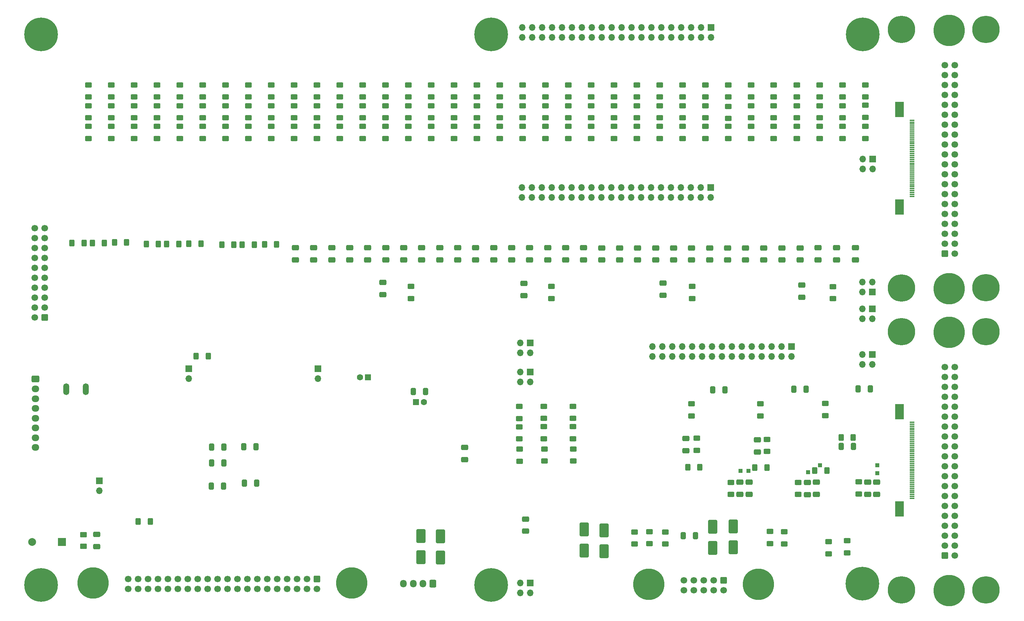
<source format=gbr>
%TF.GenerationSoftware,KiCad,Pcbnew,(7.0.0)*%
%TF.CreationDate,2024-10-14T13:46:47+03:30*%
%TF.ProjectId,tester,74657374-6572-42e6-9b69-6361645f7063,rev?*%
%TF.SameCoordinates,Original*%
%TF.FileFunction,Soldermask,Bot*%
%TF.FilePolarity,Negative*%
%FSLAX46Y46*%
G04 Gerber Fmt 4.6, Leading zero omitted, Abs format (unit mm)*
G04 Created by KiCad (PCBNEW (7.0.0)) date 2024-10-14 13:46:47*
%MOMM*%
%LPD*%
G01*
G04 APERTURE LIST*
G04 Aperture macros list*
%AMRoundRect*
0 Rectangle with rounded corners*
0 $1 Rounding radius*
0 $2 $3 $4 $5 $6 $7 $8 $9 X,Y pos of 4 corners*
0 Add a 4 corners polygon primitive as box body*
4,1,4,$2,$3,$4,$5,$6,$7,$8,$9,$2,$3,0*
0 Add four circle primitives for the rounded corners*
1,1,$1+$1,$2,$3*
1,1,$1+$1,$4,$5*
1,1,$1+$1,$6,$7*
1,1,$1+$1,$8,$9*
0 Add four rect primitives between the rounded corners*
20,1,$1+$1,$2,$3,$4,$5,0*
20,1,$1+$1,$4,$5,$6,$7,0*
20,1,$1+$1,$6,$7,$8,$9,0*
20,1,$1+$1,$8,$9,$2,$3,0*%
G04 Aperture macros list end*
%ADD10C,0.800000*%
%ADD11C,7.000000*%
%ADD12R,1.300000X0.300000*%
%ADD13R,2.200000X4.000000*%
%ADD14RoundRect,0.250000X-0.600000X-0.600000X0.600000X-0.600000X0.600000X0.600000X-0.600000X0.600000X0*%
%ADD15C,1.700000*%
%ADD16C,8.000000*%
%ADD17R,1.000000X1.000000*%
%ADD18C,0.900000*%
%ADD19C,8.600000*%
%ADD20R,1.700000X1.700000*%
%ADD21O,1.700000X1.700000*%
%ADD22RoundRect,0.250000X-0.725000X0.600000X-0.725000X-0.600000X0.725000X-0.600000X0.725000X0.600000X0*%
%ADD23O,1.950000X1.700000*%
%ADD24R,1.600000X1.600000*%
%ADD25C,1.600000*%
%ADD26R,2.000000X2.000000*%
%ADD27C,2.000000*%
%ADD28RoundRect,0.250000X0.600000X0.600000X-0.600000X0.600000X-0.600000X-0.600000X0.600000X-0.600000X0*%
%ADD29RoundRect,0.250000X-0.600000X0.600000X-0.600000X-0.600000X0.600000X-0.600000X0.600000X0.600000X0*%
%ADD30RoundRect,0.250000X0.600000X0.725000X-0.600000X0.725000X-0.600000X-0.725000X0.600000X-0.725000X0*%
%ADD31O,1.700000X1.950000*%
%ADD32RoundRect,0.250000X0.625000X-0.400000X0.625000X0.400000X-0.625000X0.400000X-0.625000X-0.400000X0*%
%ADD33RoundRect,0.250000X0.412500X0.650000X-0.412500X0.650000X-0.412500X-0.650000X0.412500X-0.650000X0*%
%ADD34RoundRect,0.250000X-0.650000X0.412500X-0.650000X-0.412500X0.650000X-0.412500X0.650000X0.412500X0*%
%ADD35RoundRect,0.250000X-0.900000X1.500000X-0.900000X-1.500000X0.900000X-1.500000X0.900000X1.500000X0*%
%ADD36RoundRect,0.250000X0.400000X0.625000X-0.400000X0.625000X-0.400000X-0.625000X0.400000X-0.625000X0*%
%ADD37RoundRect,0.250000X0.650000X-0.412500X0.650000X0.412500X-0.650000X0.412500X-0.650000X-0.412500X0*%
%ADD38RoundRect,0.250000X-0.412500X-0.650000X0.412500X-0.650000X0.412500X0.650000X-0.412500X0.650000X0*%
%ADD39RoundRect,0.250000X-0.625000X0.400000X-0.625000X-0.400000X0.625000X-0.400000X0.625000X0.400000X0*%
%ADD40RoundRect,0.250000X-0.400000X-0.625000X0.400000X-0.625000X0.400000X0.625000X-0.400000X0.625000X0*%
%ADD41RoundRect,0.250001X-0.624999X0.462499X-0.624999X-0.462499X0.624999X-0.462499X0.624999X0.462499X0*%
%ADD42O,1.524000X3.000000*%
G04 APERTURE END LIST*
D10*
%TO.C,H2*%
X245935000Y-88565000D03*
X247791155Y-89333845D03*
X244078845Y-89333845D03*
X248560000Y-91190000D03*
D11*
X245935000Y-91190000D03*
D10*
X243310000Y-91190000D03*
X247791155Y-93046155D03*
X244078845Y-93046155D03*
X245935000Y-93815000D03*
%TD*%
%TO.C,H1*%
X267560000Y-88560000D03*
X269416155Y-89328845D03*
X265703845Y-89328845D03*
X270185000Y-91185000D03*
D11*
X267560000Y-91185000D03*
D10*
X264935000Y-91185000D03*
X269416155Y-93041155D03*
X265703845Y-93041155D03*
X267560000Y-93810000D03*
%TD*%
%TO.C,H3*%
X267560000Y-154680000D03*
X269416155Y-155448845D03*
X265703845Y-155448845D03*
X270185000Y-157305000D03*
D11*
X267560000Y-157305000D03*
D10*
X264935000Y-157305000D03*
X269416155Y-159161155D03*
X265703845Y-159161155D03*
X267560000Y-159930000D03*
%TD*%
%TO.C,H4*%
X245935000Y-154705000D03*
X247791155Y-155473845D03*
X244078845Y-155473845D03*
X248560000Y-157330000D03*
D11*
X245935000Y-157330000D03*
D10*
X243310000Y-157330000D03*
X247791155Y-159186155D03*
X244078845Y-159186155D03*
X245935000Y-159955000D03*
%TD*%
D12*
%TO.C,J2*%
X248639999Y-133899999D03*
X248639999Y-133399999D03*
X248639999Y-132899999D03*
X248639999Y-132399999D03*
X248639999Y-131899999D03*
X248639999Y-131399999D03*
X248639999Y-130899999D03*
X248639999Y-130399999D03*
X248639999Y-129899999D03*
X248639999Y-129399999D03*
X248639999Y-128899999D03*
X248639999Y-128399999D03*
X248639999Y-127899999D03*
X248639999Y-127399999D03*
X248639999Y-126899999D03*
X248639999Y-126399999D03*
X248639999Y-125899999D03*
X248639999Y-125399999D03*
X248639999Y-124899999D03*
X248639999Y-124399999D03*
X248639999Y-123899999D03*
X248639999Y-123399999D03*
X248639999Y-122899999D03*
X248639999Y-122399999D03*
X248639999Y-121899999D03*
X248639999Y-121399999D03*
X248639999Y-120899999D03*
X248639999Y-120399999D03*
X248639999Y-119899999D03*
X248639999Y-119399999D03*
X248639999Y-118899999D03*
X248639999Y-118399999D03*
X248639999Y-117899999D03*
X248639999Y-117399999D03*
X248639999Y-116899999D03*
X248639999Y-116399999D03*
X248639999Y-115899999D03*
X248639999Y-115399999D03*
X248639999Y-114899999D03*
X248639999Y-114399999D03*
D13*
X245419999Y-136619999D03*
X245419999Y-111679999D03*
%TD*%
D14*
%TO.C,J1*%
X257100000Y-148570000D03*
D15*
X259640000Y-148570000D03*
X257100000Y-146030000D03*
X259640000Y-146030000D03*
X257100000Y-143490000D03*
X259640000Y-143490000D03*
X257100000Y-140950000D03*
X259640000Y-140950000D03*
X257100000Y-138410000D03*
X259640000Y-138410000D03*
X257100000Y-135870000D03*
X259640000Y-135870000D03*
X257100000Y-133330000D03*
X259640000Y-133330000D03*
X257100000Y-130790000D03*
X259640000Y-130790000D03*
X257100000Y-128250000D03*
X259640000Y-128250000D03*
X257100000Y-125710000D03*
X259640000Y-125710000D03*
X257100000Y-123170000D03*
X259640000Y-123170000D03*
X257100000Y-120630000D03*
X259640000Y-120630000D03*
X257100000Y-118090000D03*
X259640000Y-118090000D03*
X257100000Y-115550000D03*
X259640000Y-115550000D03*
X257100000Y-113010000D03*
X259640000Y-113010000D03*
X257100000Y-110470000D03*
X259640000Y-110470000D03*
X257100000Y-107930000D03*
X259640000Y-107930000D03*
X257100000Y-105390000D03*
X259640000Y-105390000D03*
X257100000Y-102850000D03*
X259640000Y-102850000D03*
X257100000Y-100310000D03*
X259640000Y-100310000D03*
D16*
X258120000Y-91370000D03*
X258120000Y-157510000D03*
%TD*%
D10*
%TO.C,H2*%
X245935000Y-11245000D03*
X247791155Y-12013845D03*
X244078845Y-12013845D03*
X248560000Y-13870000D03*
D11*
X245935000Y-13870000D03*
D10*
X243310000Y-13870000D03*
X247791155Y-15726155D03*
X244078845Y-15726155D03*
X245935000Y-16495000D03*
%TD*%
%TO.C,H1*%
X267560000Y-11240000D03*
X269416155Y-12008845D03*
X265703845Y-12008845D03*
X270185000Y-13865000D03*
D11*
X267560000Y-13865000D03*
D10*
X264935000Y-13865000D03*
X269416155Y-15721155D03*
X265703845Y-15721155D03*
X267560000Y-16490000D03*
%TD*%
%TO.C,H3*%
X267560000Y-77360000D03*
X269416155Y-78128845D03*
X265703845Y-78128845D03*
X270185000Y-79985000D03*
D11*
X267560000Y-79985000D03*
D10*
X264935000Y-79985000D03*
X269416155Y-81841155D03*
X265703845Y-81841155D03*
X267560000Y-82610000D03*
%TD*%
%TO.C,H4*%
X245935000Y-77385000D03*
X247791155Y-78153845D03*
X244078845Y-78153845D03*
X248560000Y-80010000D03*
D11*
X245935000Y-80010000D03*
D10*
X243310000Y-80010000D03*
X247791155Y-81866155D03*
X244078845Y-81866155D03*
X245935000Y-82635000D03*
%TD*%
D12*
%TO.C,J2*%
X248639999Y-56579999D03*
X248639999Y-56079999D03*
X248639999Y-55579999D03*
X248639999Y-55079999D03*
X248639999Y-54579999D03*
X248639999Y-54079999D03*
X248639999Y-53579999D03*
X248639999Y-53079999D03*
X248639999Y-52579999D03*
X248639999Y-52079999D03*
X248639999Y-51579999D03*
X248639999Y-51079999D03*
X248639999Y-50579999D03*
X248639999Y-50079999D03*
X248639999Y-49579999D03*
X248639999Y-49079999D03*
X248639999Y-48579999D03*
X248639999Y-48079999D03*
X248639999Y-47579999D03*
X248639999Y-47079999D03*
X248639999Y-46579999D03*
X248639999Y-46079999D03*
X248639999Y-45579999D03*
X248639999Y-45079999D03*
X248639999Y-44579999D03*
X248639999Y-44079999D03*
X248639999Y-43579999D03*
X248639999Y-43079999D03*
X248639999Y-42579999D03*
X248639999Y-42079999D03*
X248639999Y-41579999D03*
X248639999Y-41079999D03*
X248639999Y-40579999D03*
X248639999Y-40079999D03*
X248639999Y-39579999D03*
X248639999Y-39079999D03*
X248639999Y-38579999D03*
X248639999Y-38079999D03*
X248639999Y-37579999D03*
X248639999Y-37079999D03*
D13*
X245419999Y-59299999D03*
X245419999Y-34359999D03*
%TD*%
D14*
%TO.C,J1*%
X257100000Y-71250000D03*
D15*
X259640000Y-71250000D03*
X257100000Y-68710000D03*
X259640000Y-68710000D03*
X257100000Y-66170000D03*
X259640000Y-66170000D03*
X257100000Y-63630000D03*
X259640000Y-63630000D03*
X257100000Y-61090000D03*
X259640000Y-61090000D03*
X257100000Y-58550000D03*
X259640000Y-58550000D03*
X257100000Y-56010000D03*
X259640000Y-56010000D03*
X257100000Y-53470000D03*
X259640000Y-53470000D03*
X257100000Y-50930000D03*
X259640000Y-50930000D03*
X257100000Y-48390000D03*
X259640000Y-48390000D03*
X257100000Y-45850000D03*
X259640000Y-45850000D03*
X257100000Y-43310000D03*
X259640000Y-43310000D03*
X257100000Y-40770000D03*
X259640000Y-40770000D03*
X257100000Y-38230000D03*
X259640000Y-38230000D03*
X257100000Y-35690000D03*
X259640000Y-35690000D03*
X257100000Y-33150000D03*
X259640000Y-33150000D03*
X257100000Y-30610000D03*
X259640000Y-30610000D03*
X257100000Y-28070000D03*
X259640000Y-28070000D03*
X257100000Y-25530000D03*
X259640000Y-25530000D03*
X257100000Y-22990000D03*
X259640000Y-22990000D03*
D16*
X258120000Y-14050000D03*
X258120000Y-80190000D03*
%TD*%
D17*
%TO.C,TP3*%
X239764999Y-125434999D03*
%TD*%
D18*
%TO.C,H2*%
X232775000Y-155755000D03*
X233719581Y-153474581D03*
X233719581Y-158035419D03*
X236000000Y-152530000D03*
D19*
X236000000Y-155755000D03*
D18*
X236000000Y-158980000D03*
X238280419Y-153474581D03*
X238280419Y-158035419D03*
X239225000Y-155755000D03*
%TD*%
D20*
%TO.C,J37*%
X63764999Y-100684999D03*
D21*
X63764999Y-103224999D03*
%TD*%
D17*
%TO.C,TP2*%
X222089999Y-127159999D03*
%TD*%
%TO.C,TP6*%
X204839999Y-126884999D03*
%TD*%
D22*
%TO.C,J3*%
X24540000Y-103360000D03*
D23*
X24539999Y-105859999D03*
X24539999Y-108359999D03*
X24539999Y-110859999D03*
X24539999Y-113359999D03*
X24539999Y-115859999D03*
X24539999Y-118359999D03*
X24539999Y-120859999D03*
%TD*%
D20*
%TO.C,J2*%
X197194999Y-54309999D03*
D21*
X197194999Y-56849999D03*
X194654999Y-54309999D03*
X194654999Y-56849999D03*
X192114999Y-54309999D03*
X192114999Y-56849999D03*
X189574999Y-54309999D03*
X189574999Y-56849999D03*
X187034999Y-54309999D03*
X187034999Y-56849999D03*
X184494999Y-54309999D03*
X184494999Y-56849999D03*
X181954999Y-54309999D03*
X181954999Y-56849999D03*
X179414999Y-54309999D03*
X179414999Y-56849999D03*
X176874999Y-54309999D03*
X176874999Y-56849999D03*
X174334999Y-54309999D03*
X174334999Y-56849999D03*
X171794999Y-54309999D03*
X171794999Y-56849999D03*
X169254999Y-54309999D03*
X169254999Y-56849999D03*
X166714999Y-54309999D03*
X166714999Y-56849999D03*
X164174999Y-54309999D03*
X164174999Y-56849999D03*
X161634999Y-54309999D03*
X161634999Y-56849999D03*
X159094999Y-54309999D03*
X159094999Y-56849999D03*
X156554999Y-54309999D03*
X156554999Y-56849999D03*
X154014999Y-54309999D03*
X154014999Y-56849999D03*
X151474999Y-54309999D03*
X151474999Y-56849999D03*
X148934999Y-54309999D03*
X148934999Y-56849999D03*
%TD*%
D24*
%TO.C,C124*%
X121869999Y-109209999D03*
D25*
X123870000Y-109210000D03*
%TD*%
D20*
%TO.C,J21*%
X217834999Y-94984999D03*
D21*
X217834999Y-97524999D03*
X215294999Y-94984999D03*
X215294999Y-97524999D03*
X212754999Y-94984999D03*
X212754999Y-97524999D03*
X210214999Y-94984999D03*
X210214999Y-97524999D03*
X207674999Y-94984999D03*
X207674999Y-97524999D03*
X205134999Y-94984999D03*
X205134999Y-97524999D03*
X202594999Y-94984999D03*
X202594999Y-97524999D03*
X200054999Y-94984999D03*
X200054999Y-97524999D03*
X197514999Y-94984999D03*
X197514999Y-97524999D03*
X194974999Y-94984999D03*
X194974999Y-97524999D03*
X192434999Y-94984999D03*
X192434999Y-97524999D03*
X189894999Y-94984999D03*
X189894999Y-97524999D03*
X187354999Y-94984999D03*
X187354999Y-97524999D03*
X184814999Y-94984999D03*
X184814999Y-97524999D03*
X182274999Y-94984999D03*
X182274999Y-97524999D03*
%TD*%
D17*
%TO.C,TP4*%
X239789999Y-127459999D03*
%TD*%
%TO.C,TP5*%
X206839999Y-126884999D03*
%TD*%
D26*
%TO.C,U9*%
X31319999Y-145089999D03*
D27*
X23720000Y-145090000D03*
%TD*%
D18*
%TO.C,H4*%
X137815000Y-15060000D03*
X138759581Y-12779581D03*
X138759581Y-17340419D03*
X141040000Y-11835000D03*
D19*
X141040000Y-15060000D03*
D18*
X141040000Y-18285000D03*
X143320419Y-12779581D03*
X143320419Y-17340419D03*
X144265000Y-15060000D03*
%TD*%
D24*
%TO.C,C127*%
X109569999Y-102909999D03*
D25*
X107570000Y-102910000D03*
%TD*%
D20*
%TO.C,J36*%
X197324999Y-13284999D03*
D21*
X197324999Y-15824999D03*
X194784999Y-13284999D03*
X194784999Y-15824999D03*
X192244999Y-13284999D03*
X192244999Y-15824999D03*
X189704999Y-13284999D03*
X189704999Y-15824999D03*
X187164999Y-13284999D03*
X187164999Y-15824999D03*
X184624999Y-13284999D03*
X184624999Y-15824999D03*
X182084999Y-13284999D03*
X182084999Y-15824999D03*
X179544999Y-13284999D03*
X179544999Y-15824999D03*
X177004999Y-13284999D03*
X177004999Y-15824999D03*
X174464999Y-13284999D03*
X174464999Y-15824999D03*
X171924999Y-13284999D03*
X171924999Y-15824999D03*
X169384999Y-13284999D03*
X169384999Y-15824999D03*
X166844999Y-13284999D03*
X166844999Y-15824999D03*
X164304999Y-13284999D03*
X164304999Y-15824999D03*
X161764999Y-13284999D03*
X161764999Y-15824999D03*
X159224999Y-13284999D03*
X159224999Y-15824999D03*
X156684999Y-13284999D03*
X156684999Y-15824999D03*
X154144999Y-13284999D03*
X154144999Y-15824999D03*
X151604999Y-13284999D03*
X151604999Y-15824999D03*
X149064999Y-13284999D03*
X149064999Y-15824999D03*
%TD*%
D17*
%TO.C,TP1*%
X225164999Y-125384999D03*
%TD*%
D28*
%TO.C,J20*%
X26920000Y-87585000D03*
D15*
X24380000Y-87585000D03*
X26920000Y-85045000D03*
X24380000Y-85045000D03*
X26920000Y-82505000D03*
X24380000Y-82505000D03*
X26920000Y-79965000D03*
X24380000Y-79965000D03*
X26920000Y-77425000D03*
X24380000Y-77425000D03*
X26920000Y-74885000D03*
X24380000Y-74885000D03*
X26920000Y-72345000D03*
X24380000Y-72345000D03*
X26920000Y-69805000D03*
X24380000Y-69805000D03*
X26920000Y-67265000D03*
X24380000Y-67265000D03*
X26920000Y-64725000D03*
X24380000Y-64725000D03*
%TD*%
D18*
%TO.C,H5*%
X22815000Y-156060000D03*
X23759581Y-153779581D03*
X23759581Y-158340419D03*
X26040000Y-152835000D03*
D19*
X26040000Y-156060000D03*
D18*
X26040000Y-159285000D03*
X28320419Y-153779581D03*
X28320419Y-158340419D03*
X29265000Y-156060000D03*
%TD*%
D20*
%TO.C,J38*%
X96789999Y-100734999D03*
D21*
X96789999Y-103274999D03*
%TD*%
D18*
%TO.C,H6*%
X137815000Y-156060000D03*
X138759581Y-153779581D03*
X138759581Y-158340419D03*
X141040000Y-152835000D03*
D19*
X141040000Y-156060000D03*
D18*
X141040000Y-159285000D03*
X143320419Y-153779581D03*
X143320419Y-158340419D03*
X144265000Y-156060000D03*
%TD*%
%TO.C,H3*%
X22815000Y-15060000D03*
X23759581Y-12779581D03*
X23759581Y-17340419D03*
X26040000Y-11835000D03*
D19*
X26040000Y-15060000D03*
D18*
X26040000Y-18285000D03*
X28320419Y-12779581D03*
X28320419Y-17340419D03*
X29265000Y-15060000D03*
%TD*%
%TO.C,H1*%
X232815000Y-15060000D03*
X233759581Y-12779581D03*
X233759581Y-17340419D03*
X236040000Y-11835000D03*
D19*
X236040000Y-15060000D03*
D18*
X236040000Y-18285000D03*
X238320419Y-12779581D03*
X238320419Y-17340419D03*
X239265000Y-15060000D03*
%TD*%
D20*
%TO.C,J39*%
X40864999Y-129359999D03*
D21*
X40864999Y-131899999D03*
%TD*%
D29*
%TO.C,J24*%
X200480000Y-154895000D03*
D15*
X200480000Y-157435000D03*
X197940000Y-154895000D03*
X197940000Y-157435000D03*
X195400000Y-154895000D03*
X195400000Y-157435000D03*
X192860000Y-154895000D03*
X192860000Y-157435000D03*
X190320000Y-154895000D03*
X190320000Y-157435000D03*
D16*
X209420000Y-155915000D03*
X181380000Y-155915000D03*
%TD*%
D20*
%TO.C,J14*%
X238539999Y-81059999D03*
D21*
X235999999Y-81059999D03*
X238539999Y-78519999D03*
X235999999Y-78519999D03*
%TD*%
D29*
%TO.C,J22*%
X96500000Y-154520000D03*
D15*
X96500000Y-157060000D03*
X93960000Y-154520000D03*
X93960000Y-157060000D03*
X91420000Y-154520000D03*
X91420000Y-157060000D03*
X88880000Y-154520000D03*
X88880000Y-157060000D03*
X86340000Y-154520000D03*
X86340000Y-157060000D03*
X83800000Y-154520000D03*
X83800000Y-157060000D03*
X81260000Y-154520000D03*
X81260000Y-157060000D03*
X78720000Y-154520000D03*
X78720000Y-157060000D03*
X76180000Y-154520000D03*
X76180000Y-157060000D03*
X73640000Y-154520000D03*
X73640000Y-157060000D03*
X71100000Y-154520000D03*
X71100000Y-157060000D03*
X68560000Y-154520000D03*
X68560000Y-157060000D03*
X66020000Y-154520000D03*
X66020000Y-157060000D03*
X63480000Y-154520000D03*
X63480000Y-157060000D03*
X60940000Y-154520000D03*
X60940000Y-157060000D03*
X58400000Y-154520000D03*
X58400000Y-157060000D03*
X55860000Y-154520000D03*
X55860000Y-157060000D03*
X53320000Y-154520000D03*
X53320000Y-157060000D03*
X50780000Y-154520000D03*
X50780000Y-157060000D03*
X48240000Y-154520000D03*
X48240000Y-157060000D03*
D16*
X105440000Y-155540000D03*
X39300000Y-155540000D03*
%TD*%
D30*
%TO.C,J23*%
X126140000Y-155760000D03*
D31*
X123639999Y-155759999D03*
X121139999Y-155759999D03*
X118639999Y-155759999D03*
%TD*%
D32*
%TO.C,R129*%
X219228042Y-31135000D03*
X219228042Y-28035000D03*
%TD*%
%TO.C,R97*%
X192277500Y-112800000D03*
X192277500Y-109700000D03*
%TD*%
D33*
%TO.C,C16*%
X81140000Y-129960000D03*
X78015000Y-129960000D03*
%TD*%
D34*
%TO.C,C22*%
X40240000Y-143147500D03*
X40240000Y-146272500D03*
%TD*%
D32*
%TO.C,R309*%
X67335314Y-41770280D03*
X67335314Y-38670280D03*
%TD*%
D20*
%TO.C,J29*%
X151039999Y-94059999D03*
D21*
X148499999Y-94059999D03*
X151039999Y-96599999D03*
X148499999Y-96599999D03*
%TD*%
D34*
%TO.C,C99*%
X201521500Y-69754564D03*
X201521500Y-72879564D03*
%TD*%
D35*
%TO.C,D37*%
X123140000Y-143572500D03*
X123140000Y-148972500D03*
%TD*%
D32*
%TO.C,R262*%
X108229510Y-31135000D03*
X108229510Y-28035000D03*
%TD*%
%TO.C,R241*%
X125755594Y-31135000D03*
X125755594Y-28035000D03*
%TD*%
%TO.C,R260*%
X108229510Y-41770280D03*
X108229510Y-38670280D03*
%TD*%
D36*
%TO.C,R409*%
X42190000Y-68485000D03*
X39090000Y-68485000D03*
%TD*%
D32*
%TO.C,R311*%
X67335314Y-31135000D03*
X67335314Y-28035000D03*
%TD*%
D37*
%TO.C,C88*%
X220515000Y-82397500D03*
X220515000Y-79272500D03*
%TD*%
D34*
%TO.C,C115*%
X127921500Y-69724564D03*
X127921500Y-72849564D03*
%TD*%
D35*
%TO.C,D32*%
X202945000Y-141057500D03*
X202945000Y-146457500D03*
%TD*%
D36*
%TO.C,R395*%
X80515000Y-68935000D03*
X77415000Y-68935000D03*
%TD*%
%TO.C,R408*%
X47890000Y-68384999D03*
X44790000Y-68384999D03*
%TD*%
D32*
%TO.C,R317*%
X61493286Y-36452640D03*
X61493286Y-33352640D03*
%TD*%
D34*
%TO.C,C98*%
X206121500Y-69754564D03*
X206121500Y-72879564D03*
%TD*%
D38*
%TO.C,C63*%
X190152500Y-143485000D03*
X193277500Y-143485000D03*
%TD*%
%TO.C,C86*%
X234877500Y-105885000D03*
X238002500Y-105885000D03*
%TD*%
%TO.C,C125*%
X121207500Y-106510000D03*
X124332500Y-106510000D03*
%TD*%
D34*
%TO.C,C97*%
X210721500Y-69754564D03*
X210721500Y-72879564D03*
%TD*%
D32*
%TO.C,R96*%
X226515000Y-112710000D03*
X226515000Y-109610000D03*
%TD*%
%TO.C,R219*%
X143281678Y-36452640D03*
X143281678Y-33352640D03*
%TD*%
D39*
%TO.C,R59*%
X177765000Y-142495000D03*
X177765000Y-145595000D03*
%TD*%
D32*
%TO.C,R438*%
X161964999Y-113435000D03*
X161964999Y-110335000D03*
%TD*%
D34*
%TO.C,C119*%
X109521500Y-69724564D03*
X109521500Y-72849564D03*
%TD*%
D32*
%TO.C,R274*%
X96545454Y-41770280D03*
X96545454Y-38670280D03*
%TD*%
%TO.C,R281*%
X90703426Y-41770280D03*
X90703426Y-38670280D03*
%TD*%
%TO.C,R107*%
X236740000Y-36335000D03*
X236740000Y-33235000D03*
%TD*%
%TO.C,R416*%
X49809230Y-36452640D03*
X49809230Y-33352640D03*
%TD*%
D37*
%TO.C,C67*%
X134290000Y-123972500D03*
X134290000Y-120847500D03*
%TD*%
D32*
%TO.C,R204*%
X154965734Y-41770280D03*
X154965734Y-38670280D03*
%TD*%
D34*
%TO.C,C107*%
X164721500Y-69724564D03*
X164721500Y-72849564D03*
%TD*%
D32*
%TO.C,R289*%
X84861398Y-36452640D03*
X84861398Y-33352640D03*
%TD*%
%TO.C,R310*%
X67335314Y-36452640D03*
X67335314Y-33352640D03*
%TD*%
%TO.C,R290*%
X84861398Y-31135000D03*
X84861398Y-28035000D03*
%TD*%
%TO.C,R431*%
X38125174Y-31135000D03*
X38125174Y-28035000D03*
%TD*%
%TO.C,R121*%
X225070070Y-36452640D03*
X225070070Y-33352640D03*
%TD*%
D36*
%TO.C,R396*%
X75315000Y-68935000D03*
X72215000Y-68935000D03*
%TD*%
D39*
%TO.C,R62*%
X181565000Y-142395000D03*
X181565000Y-145495000D03*
%TD*%
D32*
%TO.C,R303*%
X73177342Y-36452640D03*
X73177342Y-33352640D03*
%TD*%
%TO.C,R275*%
X96545454Y-36452640D03*
X96545454Y-33352640D03*
%TD*%
%TO.C,R234*%
X131597622Y-31135000D03*
X131597622Y-28035000D03*
%TD*%
%TO.C,R171*%
X184175874Y-31135000D03*
X184175874Y-28035000D03*
%TD*%
D34*
%TO.C,C114*%
X132521500Y-69724564D03*
X132521500Y-72849564D03*
%TD*%
D32*
%TO.C,R148*%
X201701958Y-41770280D03*
X201701958Y-38670280D03*
%TD*%
%TO.C,R227*%
X137439650Y-31135000D03*
X137439650Y-28035000D03*
%TD*%
D39*
%TO.C,R100*%
X156440000Y-79635000D03*
X156440000Y-82735000D03*
%TD*%
D32*
%TO.C,R316*%
X61493286Y-41770280D03*
X61493286Y-38670280D03*
%TD*%
%TO.C,R437*%
X161964999Y-118635000D03*
X161964999Y-115535000D03*
%TD*%
%TO.C,R92*%
X202390000Y-132910000D03*
X202390000Y-129810000D03*
%TD*%
%TO.C,R452*%
X148264999Y-113485000D03*
X148264999Y-110385000D03*
%TD*%
D34*
%TO.C,C96*%
X215421500Y-69754564D03*
X215421500Y-72879564D03*
%TD*%
D32*
%TO.C,R246*%
X119913566Y-41770280D03*
X119913566Y-38670280D03*
%TD*%
%TO.C,R114*%
X230912098Y-36452640D03*
X230912098Y-33352640D03*
%TD*%
%TO.C,R295*%
X79019370Y-41770280D03*
X79019370Y-38670280D03*
%TD*%
D37*
%TO.C,C71*%
X190840000Y-121722500D03*
X190840000Y-118597500D03*
%TD*%
D34*
%TO.C,C116*%
X123321500Y-69724564D03*
X123321500Y-72849564D03*
%TD*%
D32*
%TO.C,R120*%
X225070070Y-41770280D03*
X225070070Y-38670280D03*
%TD*%
D34*
%TO.C,C104*%
X178521500Y-69754564D03*
X178521500Y-72879564D03*
%TD*%
D32*
%TO.C,R162*%
X190017902Y-41770280D03*
X190017902Y-38670280D03*
%TD*%
%TO.C,R183*%
X172491818Y-41770280D03*
X172491818Y-38670280D03*
%TD*%
D34*
%TO.C,C101*%
X192321500Y-69754564D03*
X192321500Y-72879564D03*
%TD*%
D32*
%TO.C,R324*%
X55651258Y-36452640D03*
X55651258Y-33352640D03*
%TD*%
%TO.C,R225*%
X137439650Y-41770280D03*
X137439650Y-38670280D03*
%TD*%
D39*
%TO.C,R64*%
X185565000Y-142495000D03*
X185565000Y-145595000D03*
%TD*%
D36*
%TO.C,R83*%
X226915000Y-126760000D03*
X223815000Y-126760000D03*
%TD*%
D32*
%TO.C,R142*%
X207543986Y-36452640D03*
X207543986Y-33352640D03*
%TD*%
D20*
%TO.C,J17*%
X151064999Y-101534999D03*
D21*
X148524999Y-101534999D03*
X151064999Y-104074999D03*
X148524999Y-104074999D03*
%TD*%
D32*
%TO.C,R178*%
X178333846Y-31135000D03*
X178333846Y-28035000D03*
%TD*%
%TO.C,R143*%
X207543986Y-31135000D03*
X207543986Y-28035000D03*
%TD*%
%TO.C,R211*%
X149123706Y-41770280D03*
X149123706Y-38670280D03*
%TD*%
%TO.C,R95*%
X209927500Y-112775000D03*
X209927500Y-109675000D03*
%TD*%
D36*
%TO.C,R394*%
X86215000Y-68834999D03*
X83115000Y-68834999D03*
%TD*%
D35*
%TO.C,D36*%
X128140000Y-143647500D03*
X128140000Y-149047500D03*
%TD*%
%TO.C,D31*%
X197745000Y-141157500D03*
X197745000Y-146557500D03*
%TD*%
D32*
%TO.C,R113*%
X230912098Y-41770280D03*
X230912098Y-38670280D03*
%TD*%
D38*
%TO.C,C23*%
X69515000Y-130760000D03*
X72640000Y-130760000D03*
%TD*%
D39*
%TO.C,R101*%
X120540000Y-79635000D03*
X120540000Y-82735000D03*
%TD*%
D36*
%TO.C,R84*%
X194440000Y-125935000D03*
X191340000Y-125935000D03*
%TD*%
D34*
%TO.C,C123*%
X91021500Y-69724564D03*
X91021500Y-72849564D03*
%TD*%
%TO.C,C120*%
X104921500Y-69724564D03*
X104921500Y-72849564D03*
%TD*%
D32*
%TO.C,R122*%
X225070070Y-31135000D03*
X225070070Y-28035000D03*
%TD*%
%TO.C,R163*%
X190017902Y-36452640D03*
X190017902Y-33352640D03*
%TD*%
D37*
%TO.C,C68*%
X209140000Y-121997500D03*
X209140000Y-118872500D03*
%TD*%
D36*
%TO.C,R402*%
X61190000Y-68760000D03*
X58090000Y-68760000D03*
%TD*%
D34*
%TO.C,C105*%
X173921500Y-69754564D03*
X173921500Y-72879564D03*
%TD*%
D32*
%TO.C,R240*%
X125755594Y-36452640D03*
X125755594Y-33352640D03*
%TD*%
D39*
%TO.C,R63*%
X215965000Y-142470000D03*
X215965000Y-145570000D03*
%TD*%
D35*
%TO.C,D34*%
X169965000Y-142070000D03*
X169965000Y-147470000D03*
%TD*%
D32*
%TO.C,R417*%
X49809230Y-31135000D03*
X49809230Y-28035000D03*
%TD*%
D40*
%TO.C,R86*%
X230540000Y-118285000D03*
X233640000Y-118285000D03*
%TD*%
D32*
%TO.C,R283*%
X90703426Y-31135000D03*
X90703426Y-28035000D03*
%TD*%
%TO.C,R87*%
X193665000Y-121610000D03*
X193665000Y-118510000D03*
%TD*%
%TO.C,R91*%
X235040000Y-132785000D03*
X235040000Y-129685000D03*
%TD*%
%TO.C,R267*%
X102387482Y-41770280D03*
X102387482Y-38670280D03*
%TD*%
%TO.C,R106*%
X236740000Y-41770280D03*
X236740000Y-38670280D03*
%TD*%
%TO.C,R318*%
X61493286Y-31135000D03*
X61493286Y-28035000D03*
%TD*%
%TO.C,R184*%
X172491818Y-36452640D03*
X172491818Y-33352640D03*
%TD*%
%TO.C,R436*%
X162065000Y-124335000D03*
X162065000Y-121235000D03*
%TD*%
%TO.C,R248*%
X119913566Y-31135000D03*
X119913566Y-28035000D03*
%TD*%
D38*
%TO.C,C85*%
X218465000Y-105925000D03*
X221590000Y-105925000D03*
%TD*%
D32*
%TO.C,R135*%
X213304160Y-36452640D03*
X213304160Y-33352640D03*
%TD*%
D36*
%TO.C,R403*%
X55990000Y-68760000D03*
X52890000Y-68760000D03*
%TD*%
D32*
%TO.C,R205*%
X154965734Y-36452640D03*
X154965734Y-33352640D03*
%TD*%
D34*
%TO.C,C92*%
X234165000Y-69747500D03*
X234165000Y-72872500D03*
%TD*%
D32*
%TO.C,R206*%
X154965734Y-31135000D03*
X154965734Y-28035000D03*
%TD*%
%TO.C,R296*%
X79019370Y-36452640D03*
X79019370Y-33352640D03*
%TD*%
%TO.C,R198*%
X160807762Y-36452640D03*
X160807762Y-33352640D03*
%TD*%
D37*
%TO.C,C82*%
X239640000Y-132897500D03*
X239640000Y-129772500D03*
%TD*%
D32*
%TO.C,R430*%
X38125174Y-36452640D03*
X38125174Y-33352640D03*
%TD*%
D35*
%TO.C,D33*%
X164865000Y-141870000D03*
X164865000Y-147270000D03*
%TD*%
D36*
%TO.C,R82*%
X211590000Y-126035000D03*
X208490000Y-126035000D03*
%TD*%
D32*
%TO.C,R261*%
X108229510Y-36452640D03*
X108229510Y-33352640D03*
%TD*%
%TO.C,R444*%
X154564999Y-118635000D03*
X154564999Y-115535000D03*
%TD*%
%TO.C,R134*%
X213304160Y-41770280D03*
X213304160Y-38670280D03*
%TD*%
%TO.C,R254*%
X114071538Y-36452640D03*
X114071538Y-33352640D03*
%TD*%
%TO.C,R255*%
X114071538Y-31135000D03*
X114071538Y-28035000D03*
%TD*%
D34*
%TO.C,C113*%
X137121500Y-69687064D03*
X137121500Y-72812064D03*
%TD*%
D32*
%TO.C,R136*%
X213304160Y-31135000D03*
X213304160Y-28035000D03*
%TD*%
%TO.C,R164*%
X190017902Y-31135000D03*
X190017902Y-28035000D03*
%TD*%
%TO.C,R429*%
X38125174Y-41770280D03*
X38125174Y-38670280D03*
%TD*%
D40*
%TO.C,R453*%
X50815000Y-139785000D03*
X53915000Y-139785000D03*
%TD*%
D32*
%TO.C,R157*%
X195859930Y-31135000D03*
X195859930Y-28035000D03*
%TD*%
%TO.C,R276*%
X96545454Y-31135000D03*
X96545454Y-28035000D03*
%TD*%
D34*
%TO.C,C61*%
X149860000Y-139177500D03*
X149860000Y-142302500D03*
%TD*%
%TO.C,C103*%
X183121500Y-69754564D03*
X183121500Y-72879564D03*
%TD*%
D39*
%TO.C,R60*%
X212365000Y-142357500D03*
X212365000Y-145457500D03*
%TD*%
D41*
%TO.C,R17*%
X36840000Y-143222500D03*
X36840000Y-146197500D03*
%TD*%
D32*
%TO.C,R443*%
X154665000Y-124335000D03*
X154665000Y-121235000D03*
%TD*%
%TO.C,R141*%
X207543986Y-41770280D03*
X207543986Y-38670280D03*
%TD*%
D34*
%TO.C,C93*%
X229365000Y-69747500D03*
X229365000Y-72872500D03*
%TD*%
D20*
%TO.C,J40*%
X238554999Y-85344999D03*
D21*
X236014999Y-85344999D03*
X238554999Y-87884999D03*
X236014999Y-87884999D03*
%TD*%
D32*
%TO.C,R269*%
X102387482Y-31135000D03*
X102387482Y-28035000D03*
%TD*%
%TO.C,R90*%
X219590000Y-132885000D03*
X219590000Y-129785000D03*
%TD*%
%TO.C,R212*%
X149123706Y-36452640D03*
X149123706Y-33352640D03*
%TD*%
D36*
%TO.C,R401*%
X66890000Y-68659999D03*
X63790000Y-68659999D03*
%TD*%
D32*
%TO.C,R199*%
X160807762Y-31135000D03*
X160807762Y-28035000D03*
%TD*%
D37*
%TO.C,C91*%
X113390000Y-81697500D03*
X113390000Y-78572500D03*
%TD*%
D32*
%TO.C,R128*%
X219228042Y-36452640D03*
X219228042Y-33352640D03*
%TD*%
D37*
%TO.C,C76*%
X237340000Y-132897500D03*
X237340000Y-129772500D03*
%TD*%
%TO.C,C75*%
X221890000Y-132922500D03*
X221890000Y-129797500D03*
%TD*%
D32*
%TO.C,R232*%
X131597622Y-41770280D03*
X131597622Y-38670280D03*
%TD*%
%TO.C,R288*%
X84861398Y-41770280D03*
X84861398Y-38670280D03*
%TD*%
%TO.C,R302*%
X73177342Y-41770280D03*
X73177342Y-38670280D03*
%TD*%
%TO.C,R253*%
X114071538Y-41770280D03*
X114071538Y-38670280D03*
%TD*%
%TO.C,R304*%
X73177342Y-31135000D03*
X73177342Y-28035000D03*
%TD*%
%TO.C,R185*%
X172491818Y-31135000D03*
X172491818Y-28035000D03*
%TD*%
D39*
%TO.C,R99*%
X192490000Y-79635000D03*
X192490000Y-82735000D03*
%TD*%
D34*
%TO.C,C121*%
X100321500Y-69724564D03*
X100321500Y-72849564D03*
%TD*%
D40*
%TO.C,R456*%
X65665000Y-97510000D03*
X68765000Y-97510000D03*
%TD*%
D37*
%TO.C,C81*%
X224240000Y-132897500D03*
X224240000Y-129772500D03*
%TD*%
D39*
%TO.C,R98*%
X228440000Y-79660000D03*
X228440000Y-82760000D03*
%TD*%
D32*
%TO.C,R220*%
X143281678Y-31135000D03*
X143281678Y-28035000D03*
%TD*%
D34*
%TO.C,C108*%
X160121500Y-69724564D03*
X160121500Y-72849564D03*
%TD*%
D32*
%TO.C,R155*%
X195859930Y-41770280D03*
X195859930Y-38670280D03*
%TD*%
D39*
%TO.C,R72*%
X227365000Y-145007500D03*
X227365000Y-148107500D03*
%TD*%
D32*
%TO.C,R451*%
X148264999Y-118685000D03*
X148264999Y-115585000D03*
%TD*%
D34*
%TO.C,C110*%
X150921500Y-69724564D03*
X150921500Y-72849564D03*
%TD*%
D32*
%TO.C,R85*%
X211615000Y-121885000D03*
X211615000Y-118785000D03*
%TD*%
%TO.C,R282*%
X90703426Y-36452640D03*
X90703426Y-33352640D03*
%TD*%
D34*
%TO.C,C112*%
X141721500Y-69724564D03*
X141721500Y-72849564D03*
%TD*%
D32*
%TO.C,R325*%
X55651258Y-31135000D03*
X55651258Y-28035000D03*
%TD*%
D20*
%TO.C,J31*%
X151039999Y-155559999D03*
D21*
X148499999Y-155559999D03*
X151039999Y-158099999D03*
X148499999Y-158099999D03*
%TD*%
D37*
%TO.C,C89*%
X185040000Y-81922500D03*
X185040000Y-78797500D03*
%TD*%
D20*
%TO.C,J33*%
X238639999Y-47019999D03*
D21*
X236099999Y-47019999D03*
X238639999Y-49559999D03*
X236099999Y-49559999D03*
%TD*%
D38*
%TO.C,C15*%
X69615000Y-124860000D03*
X72740000Y-124860000D03*
%TD*%
D32*
%TO.C,R247*%
X119913566Y-36452640D03*
X119913566Y-33352640D03*
%TD*%
%TO.C,R213*%
X149123706Y-31135000D03*
X149123706Y-28035000D03*
%TD*%
%TO.C,R268*%
X102387482Y-36452640D03*
X102387482Y-33352640D03*
%TD*%
%TO.C,R191*%
X166649790Y-36452640D03*
X166649790Y-33352640D03*
%TD*%
%TO.C,R127*%
X219228042Y-41770280D03*
X219228042Y-38670280D03*
%TD*%
D34*
%TO.C,C118*%
X114121500Y-69724564D03*
X114121500Y-72849564D03*
%TD*%
D32*
%TO.C,R218*%
X143281678Y-41770280D03*
X143281678Y-38670280D03*
%TD*%
D39*
%TO.C,R73*%
X232115000Y-144760000D03*
X232115000Y-147860000D03*
%TD*%
D34*
%TO.C,C100*%
X196921500Y-69754564D03*
X196921500Y-72879564D03*
%TD*%
%TO.C,C94*%
X224665000Y-69747500D03*
X224665000Y-72872500D03*
%TD*%
D32*
%TO.C,R422*%
X43967202Y-41770280D03*
X43967202Y-38670280D03*
%TD*%
D38*
%TO.C,C70*%
X230527500Y-120635000D03*
X233652500Y-120635000D03*
%TD*%
D32*
%TO.C,R150*%
X201701958Y-31135000D03*
X201701958Y-28035000D03*
%TD*%
%TO.C,R297*%
X79019370Y-31135000D03*
X79019370Y-28035000D03*
%TD*%
D37*
%TO.C,C90*%
X149440000Y-81997500D03*
X149440000Y-78872500D03*
%TD*%
D20*
%TO.C,J30*%
X238539999Y-97059999D03*
D21*
X235999999Y-97059999D03*
X238539999Y-99599999D03*
X235999999Y-99599999D03*
%TD*%
D32*
%TO.C,R226*%
X137439650Y-36452640D03*
X137439650Y-33352640D03*
%TD*%
%TO.C,R197*%
X160807762Y-41770280D03*
X160807762Y-38670280D03*
%TD*%
D34*
%TO.C,C122*%
X95721500Y-69724564D03*
X95721500Y-72849564D03*
%TD*%
D32*
%TO.C,R323*%
X55651258Y-41770280D03*
X55651258Y-38670280D03*
%TD*%
D38*
%TO.C,C21*%
X69615000Y-120760000D03*
X72740000Y-120760000D03*
%TD*%
D32*
%TO.C,R149*%
X201701958Y-36635000D03*
X201701958Y-33535000D03*
%TD*%
D33*
%TO.C,C87*%
X200802500Y-106085000D03*
X197677500Y-106085000D03*
%TD*%
D37*
%TO.C,C77*%
X204690000Y-132897500D03*
X204690000Y-129772500D03*
%TD*%
D32*
%TO.C,R445*%
X154564999Y-113435000D03*
X154564999Y-110335000D03*
%TD*%
D34*
%TO.C,C102*%
X187721500Y-69754564D03*
X187721500Y-72879564D03*
%TD*%
D32*
%TO.C,R170*%
X184175874Y-36452640D03*
X184175874Y-33352640D03*
%TD*%
%TO.C,R177*%
X178333846Y-36452640D03*
X178333846Y-33352640D03*
%TD*%
%TO.C,R108*%
X236740000Y-31135000D03*
X236740000Y-28035000D03*
%TD*%
D34*
%TO.C,C106*%
X169321500Y-69754564D03*
X169321500Y-72879564D03*
%TD*%
%TO.C,C111*%
X146321500Y-69724564D03*
X146321500Y-72849564D03*
%TD*%
D36*
%TO.C,R410*%
X36990000Y-68485000D03*
X33890000Y-68485000D03*
%TD*%
D32*
%TO.C,R115*%
X230912098Y-31135000D03*
X230912098Y-28035000D03*
%TD*%
%TO.C,R424*%
X43967202Y-31135000D03*
X43967202Y-28035000D03*
%TD*%
D34*
%TO.C,C117*%
X118721500Y-69724564D03*
X118721500Y-72849564D03*
%TD*%
D32*
%TO.C,R415*%
X49809230Y-41770280D03*
X49809230Y-38670280D03*
%TD*%
%TO.C,R156*%
X195859930Y-36452640D03*
X195859930Y-33352640D03*
%TD*%
%TO.C,R190*%
X166649790Y-41770280D03*
X166649790Y-38670280D03*
%TD*%
%TO.C,R450*%
X148365000Y-124385000D03*
X148365000Y-121285000D03*
%TD*%
D34*
%TO.C,C109*%
X155521500Y-69724564D03*
X155521500Y-72849564D03*
%TD*%
D37*
%TO.C,C83*%
X207015000Y-132872500D03*
X207015000Y-129747500D03*
%TD*%
D32*
%TO.C,R192*%
X166649790Y-31135000D03*
X166649790Y-28035000D03*
%TD*%
%TO.C,R176*%
X178333846Y-41770280D03*
X178333846Y-38670280D03*
%TD*%
%TO.C,R233*%
X131597622Y-36452640D03*
X131597622Y-33352640D03*
%TD*%
%TO.C,R239*%
X125755594Y-41770280D03*
X125755594Y-38670280D03*
%TD*%
%TO.C,R169*%
X184175874Y-41770280D03*
X184175874Y-38670280D03*
%TD*%
D42*
%TO.C,C8*%
X37439999Y-105979999D03*
X32439999Y-105979999D03*
%TD*%
D32*
%TO.C,R423*%
X43967202Y-36452640D03*
X43967202Y-33352640D03*
%TD*%
D34*
%TO.C,C95*%
X220021500Y-69754564D03*
X220021500Y-72879564D03*
%TD*%
D33*
%TO.C,C19*%
X80940000Y-120660000D03*
X77815000Y-120660000D03*
%TD*%
M02*

</source>
